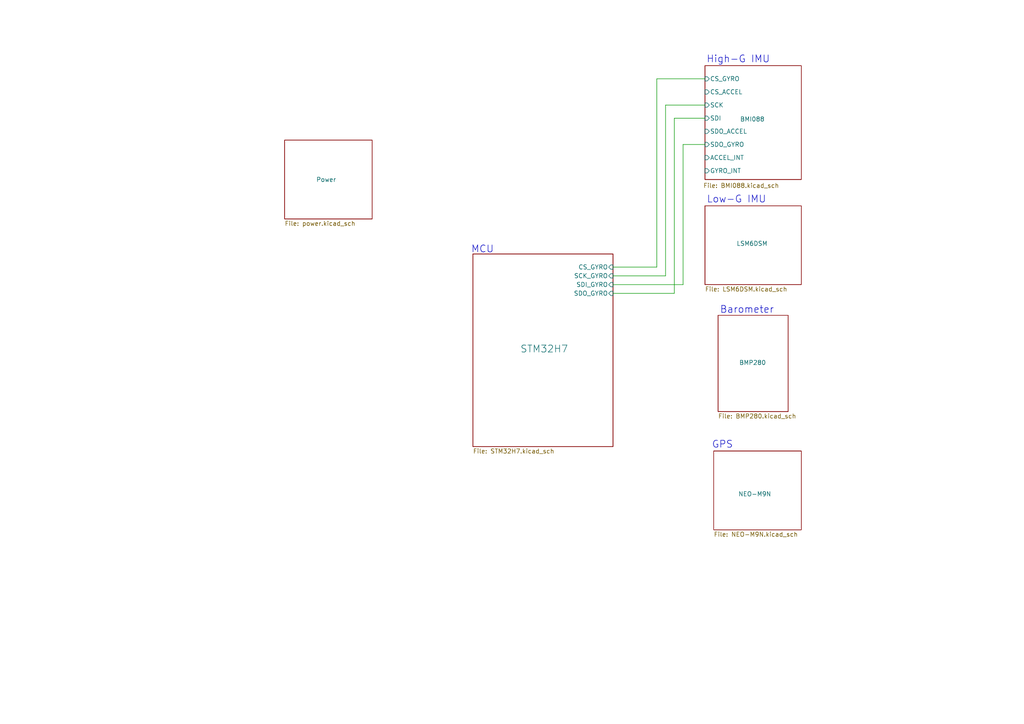
<source format=kicad_sch>
(kicad_sch
	(version 20231120)
	(generator "eeschema")
	(generator_version "8.0")
	(uuid "880cd2ad-ee8a-45d0-bf92-2f93a861aac0")
	(paper "A4")
	(title_block
		(title "NDXP Computer")
		(rev "1.0")
	)
	(lib_symbols)
	(wire
		(pts
			(xy 177.8 77.47) (xy 190.5 77.47)
		)
		(stroke
			(width 0)
			(type default)
		)
		(uuid "11482e62-e5d6-4222-97e4-4efa3ad9ef14")
	)
	(wire
		(pts
			(xy 195.58 85.09) (xy 195.58 34.29)
		)
		(stroke
			(width 0)
			(type default)
		)
		(uuid "17f5fe7f-f2e7-46fe-a945-454244d88b59")
	)
	(wire
		(pts
			(xy 195.58 34.29) (xy 204.47 34.29)
		)
		(stroke
			(width 0)
			(type default)
		)
		(uuid "2201fb8e-0f18-44f6-93e7-e5e477676de2")
	)
	(wire
		(pts
			(xy 190.5 22.86) (xy 204.47 22.86)
		)
		(stroke
			(width 0)
			(type default)
		)
		(uuid "293941f4-1b80-44bf-a527-85146db23ee6")
	)
	(wire
		(pts
			(xy 193.04 80.01) (xy 193.04 30.48)
		)
		(stroke
			(width 0)
			(type default)
		)
		(uuid "2c14342a-f09f-481b-92d7-feee1fdb5ffb")
	)
	(wire
		(pts
			(xy 198.12 82.55) (xy 198.12 41.91)
		)
		(stroke
			(width 0)
			(type default)
		)
		(uuid "41ef0def-c16b-4c90-94b4-a2f10e06e007")
	)
	(wire
		(pts
			(xy 193.04 30.48) (xy 204.47 30.48)
		)
		(stroke
			(width 0)
			(type default)
		)
		(uuid "525d5c42-e239-48c8-ae3b-75f6e631b3bb")
	)
	(wire
		(pts
			(xy 198.12 41.91) (xy 204.47 41.91)
		)
		(stroke
			(width 0)
			(type default)
		)
		(uuid "73513434-b638-4bc1-8fec-1c6b97f23e24")
	)
	(wire
		(pts
			(xy 177.8 80.01) (xy 193.04 80.01)
		)
		(stroke
			(width 0)
			(type default)
		)
		(uuid "b78b7606-dff9-4474-81b4-3796b0cf158e")
	)
	(wire
		(pts
			(xy 190.5 22.86) (xy 190.5 77.47)
		)
		(stroke
			(width 0)
			(type default)
		)
		(uuid "be65df2f-057b-4331-8f10-a12382c3fec6")
	)
	(wire
		(pts
			(xy 177.8 85.09) (xy 195.58 85.09)
		)
		(stroke
			(width 0)
			(type default)
		)
		(uuid "d4d0bf1d-f63a-4aae-b6bb-9bf056f4570c")
	)
	(wire
		(pts
			(xy 177.8 82.55) (xy 198.12 82.55)
		)
		(stroke
			(width 0)
			(type default)
		)
		(uuid "f6b6fc8e-cb47-4802-900e-4980bd265f4f")
	)
	(text "Barometer"
		(exclude_from_sim no)
		(at 216.662 89.916 0)
		(effects
			(font
				(size 2.032 2.032)
			)
		)
		(uuid "47e5abcf-37aa-49ac-9122-a522670b41bd")
	)
	(text "Low-G IMU"
		(exclude_from_sim no)
		(at 213.614 57.912 0)
		(effects
			(font
				(size 2.032 2.032)
			)
		)
		(uuid "54ee0cab-4af0-479a-a15a-7c327eba076c")
	)
	(text "MCU"
		(exclude_from_sim no)
		(at 139.954 72.39 0)
		(effects
			(font
				(size 2.032 2.032)
			)
		)
		(uuid "afa0a4ea-9e23-4dc2-9719-41b6bfebd168")
	)
	(text "High-G IMU"
		(exclude_from_sim no)
		(at 214.122 17.272 0)
		(effects
			(font
				(size 2.032 2.032)
			)
		)
		(uuid "b7c75cce-8e53-462c-be97-288547ffa0f2")
	)
	(text "GPS\n"
		(exclude_from_sim no)
		(at 209.55 129.032 0)
		(effects
			(font
				(size 2.032 2.032)
			)
		)
		(uuid "fb9471b3-e357-48b6-ab2a-9f8e0e5bc123")
	)
	(sheet
		(at 207.01 130.81)
		(size 25.4 22.86)
		(stroke
			(width 0.1524)
			(type solid)
		)
		(fill
			(color 0 0 0 0.0000)
		)
		(uuid "16e7959a-598a-4fd4-86dd-9806303f6b27")
		(property "Sheetname" "NEO-M9N"
			(at 214.122 144.018 0)
			(effects
				(font
					(size 1.27 1.27)
				)
				(justify left bottom)
			)
		)
		(property "Sheetfile" "NEO-M9N.kicad_sch"
			(at 207.01 154.2546 0)
			(effects
				(font
					(size 1.27 1.27)
				)
				(justify left top)
			)
		)
		(instances
			(project "NDXPCOMPUTER"
				(path "/880cd2ad-ee8a-45d0-bf92-2f93a861aac0"
					(page "6")
				)
			)
		)
	)
	(sheet
		(at 82.55 40.64)
		(size 25.4 22.86)
		(stroke
			(width 0.1524)
			(type solid)
		)
		(fill
			(color 0 0 0 0.0000)
		)
		(uuid "1713f0c2-87c4-4fc3-9379-51a871bad33e")
		(property "Sheetname" "Power"
			(at 91.694 52.832 0)
			(effects
				(font
					(size 1.27 1.27)
				)
				(justify left bottom)
			)
		)
		(property "Sheetfile" "power.kicad_sch"
			(at 82.55 64.0846 0)
			(effects
				(font
					(size 1.27 1.27)
				)
				(justify left top)
			)
		)
		(instances
			(project "NDXPCOMPUTER"
				(path "/880cd2ad-ee8a-45d0-bf92-2f93a861aac0"
					(page "7")
				)
			)
		)
	)
	(sheet
		(at 208.28 91.44)
		(size 20.32 27.94)
		(stroke
			(width 0.1524)
			(type solid)
		)
		(fill
			(color 0 0 0 0.0000)
		)
		(uuid "5e45f0a4-a72d-4462-856f-94f2b8339a46")
		(property "Sheetname" "BMP280"
			(at 214.376 105.918 0)
			(effects
				(font
					(size 1.27 1.27)
				)
				(justify left bottom)
			)
		)
		(property "Sheetfile" "BMP280.kicad_sch"
			(at 208.28 119.9646 0)
			(effects
				(font
					(size 1.27 1.27)
				)
				(justify left top)
			)
		)
		(instances
			(project "NDXPCOMPUTER"
				(path "/880cd2ad-ee8a-45d0-bf92-2f93a861aac0"
					(page "5")
				)
			)
		)
	)
	(sheet
		(at 204.47 19.05)
		(size 27.94 33.02)
		(stroke
			(width 0.1524)
			(type solid)
		)
		(fill
			(color 0 0 0 0.0000)
		)
		(uuid "ad9d4e19-de45-4b5d-9d67-5d499159c63b")
		(property "Sheetname" "BMI088"
			(at 214.63 35.306 0)
			(effects
				(font
					(size 1.27 1.27)
				)
				(justify left bottom)
			)
		)
		(property "Sheetfile" "BMI088.kicad_sch"
			(at 203.962 53.086 0)
			(effects
				(font
					(size 1.27 1.27)
				)
				(justify left top)
			)
		)
		(pin "CS_GYRO" input
			(at 204.47 22.86 180)
			(effects
				(font
					(size 1.27 1.27)
				)
				(justify left)
			)
			(uuid "afdad376-1230-4c27-9db2-023c823a0aa9")
		)
		(pin "CS_ACCEL" input
			(at 204.47 26.67 180)
			(effects
				(font
					(size 1.27 1.27)
				)
				(justify left)
			)
			(uuid "1cef0264-5c9e-4261-8990-45e6995fa1d2")
		)
		(pin "SCK" input
			(at 204.47 30.48 180)
			(effects
				(font
					(size 1.27 1.27)
				)
				(justify left)
			)
			(uuid "e0bfa251-9188-426c-b0d4-717467979a8c")
		)
		(pin "SDI" input
			(at 204.47 34.29 180)
			(effects
				(font
					(size 1.27 1.27)
				)
				(justify left)
			)
			(uuid "b20cebfa-82bd-4a37-a398-651589907d21")
		)
		(pin "SDO_ACCEL" input
			(at 204.47 38.1 180)
			(effects
				(font
					(size 1.27 1.27)
				)
				(justify left)
			)
			(uuid "b9cc77d1-6982-4d10-9173-b46f8caefb79")
		)
		(pin "SDO_GYRO" input
			(at 204.47 41.91 180)
			(effects
				(font
					(size 1.27 1.27)
				)
				(justify left)
			)
			(uuid "3da39ff6-a730-453e-9d14-bdb5853bd809")
		)
		(pin "ACCEL_INT" input
			(at 204.47 45.72 180)
			(effects
				(font
					(size 1.27 1.27)
				)
				(justify left)
			)
			(uuid "c12de844-2e19-4f8d-9b63-d6ad2bdd66cf")
		)
		(pin "GYRO_INT" input
			(at 204.47 49.53 180)
			(effects
				(font
					(size 1.27 1.27)
				)
				(justify left)
			)
			(uuid "5e896dcb-5d21-4109-aa06-b01064d1faa0")
		)
		(instances
			(project "NDXPCOMPUTER"
				(path "/880cd2ad-ee8a-45d0-bf92-2f93a861aac0"
					(page "3")
				)
			)
		)
	)
	(sheet
		(at 137.16 73.66)
		(size 40.64 55.88)
		(stroke
			(width 0.1524)
			(type solid)
		)
		(fill
			(color 0 0 0 0.0000)
		)
		(uuid "cb1b5cf1-a55c-42cc-b365-bf5ffcf1d58e")
		(property "Sheetname" "STM32H7"
			(at 150.876 102.362 0)
			(effects
				(font
					(size 2.032 2.032)
				)
				(justify left bottom)
			)
		)
		(property "Sheetfile" "STM32H7.kicad_sch"
			(at 137.16 130.1246 0)
			(effects
				(font
					(size 1.27 1.27)
				)
				(justify left top)
			)
		)
		(pin "CS_GYRO" input
			(at 177.8 77.47 0)
			(effects
				(font
					(size 1.27 1.27)
				)
				(justify right)
			)
			(uuid "c736ed21-21c4-4d16-ad72-65c37376055e")
		)
		(pin "SCK_GYRO" input
			(at 177.8 80.01 0)
			(effects
				(font
					(size 1.27 1.27)
				)
				(justify right)
			)
			(uuid "62635997-f90e-4610-8ac3-14b3525b9cea")
		)
		(pin "SDI_GYRO" input
			(at 177.8 82.55 0)
			(effects
				(font
					(size 1.27 1.27)
				)
				(justify right)
			)
			(uuid "8706506f-df4d-4092-a2ae-a748dd49deed")
		)
		(pin "SDO_GYRO" input
			(at 177.8 85.09 0)
			(effects
				(font
					(size 1.27 1.27)
				)
				(justify right)
			)
			(uuid "bddcf1a2-f929-4cfb-bd8d-468226de16ed")
		)
		(instances
			(project "NDXPCOMPUTER"
				(path "/880cd2ad-ee8a-45d0-bf92-2f93a861aac0"
					(page "2")
				)
			)
		)
	)
	(sheet
		(at 204.47 59.69)
		(size 27.94 22.86)
		(stroke
			(width 0.1524)
			(type solid)
		)
		(fill
			(color 0 0 0 0.0000)
		)
		(uuid "f8f502cd-6130-4105-9076-c7ac7eb5037b")
		(property "Sheetname" "LSM6DSM"
			(at 213.614 71.374 0)
			(effects
				(font
					(size 1.27 1.27)
				)
				(justify left bottom)
			)
		)
		(property "Sheetfile" "LSM6DSM.kicad_sch"
			(at 204.47 83.1346 0)
			(effects
				(font
					(size 1.27 1.27)
				)
				(justify left top)
			)
		)
		(instances
			(project "NDXPCOMPUTER"
				(path "/880cd2ad-ee8a-45d0-bf92-2f93a861aac0"
					(page "4")
				)
			)
		)
	)
	(sheet_instances
		(path "/"
			(page "1")
		)
	)
)

</source>
